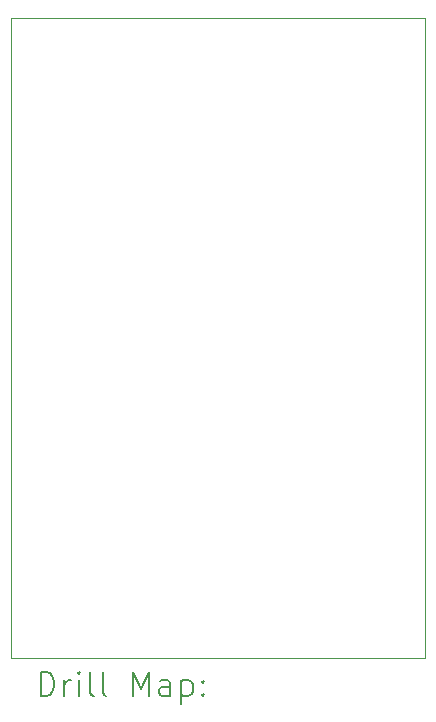
<source format=gbr>
%TF.GenerationSoftware,KiCad,Pcbnew,(6.0.7)*%
%TF.CreationDate,2023-01-08T15:04:32+11:00*%
%TF.ProjectId,Xbox_ATX,58626f78-5f41-4545-982e-6b696361645f,rev?*%
%TF.SameCoordinates,Original*%
%TF.FileFunction,Drillmap*%
%TF.FilePolarity,Positive*%
%FSLAX45Y45*%
G04 Gerber Fmt 4.5, Leading zero omitted, Abs format (unit mm)*
G04 Created by KiCad (PCBNEW (6.0.7)) date 2023-01-08 15:04:32*
%MOMM*%
%LPD*%
G01*
G04 APERTURE LIST*
%ADD10C,0.100000*%
%ADD11C,0.200000*%
G04 APERTURE END LIST*
D10*
X14528800Y-12687300D02*
X18034000Y-12687300D01*
X18034000Y-12687300D02*
X18034000Y-7264400D01*
X18034000Y-7264400D02*
X14528800Y-7264400D01*
X14528800Y-7264400D02*
X14528800Y-12687300D01*
D11*
X14781419Y-13002776D02*
X14781419Y-12802776D01*
X14829038Y-12802776D01*
X14857609Y-12812300D01*
X14876657Y-12831348D01*
X14886181Y-12850395D01*
X14895705Y-12888490D01*
X14895705Y-12917062D01*
X14886181Y-12955157D01*
X14876657Y-12974205D01*
X14857609Y-12993252D01*
X14829038Y-13002776D01*
X14781419Y-13002776D01*
X14981419Y-13002776D02*
X14981419Y-12869443D01*
X14981419Y-12907538D02*
X14990943Y-12888490D01*
X15000467Y-12878967D01*
X15019514Y-12869443D01*
X15038562Y-12869443D01*
X15105228Y-13002776D02*
X15105228Y-12869443D01*
X15105228Y-12802776D02*
X15095705Y-12812300D01*
X15105228Y-12821824D01*
X15114752Y-12812300D01*
X15105228Y-12802776D01*
X15105228Y-12821824D01*
X15229038Y-13002776D02*
X15209990Y-12993252D01*
X15200467Y-12974205D01*
X15200467Y-12802776D01*
X15333800Y-13002776D02*
X15314752Y-12993252D01*
X15305228Y-12974205D01*
X15305228Y-12802776D01*
X15562371Y-13002776D02*
X15562371Y-12802776D01*
X15629038Y-12945633D01*
X15695705Y-12802776D01*
X15695705Y-13002776D01*
X15876657Y-13002776D02*
X15876657Y-12898014D01*
X15867133Y-12878967D01*
X15848086Y-12869443D01*
X15809990Y-12869443D01*
X15790943Y-12878967D01*
X15876657Y-12993252D02*
X15857609Y-13002776D01*
X15809990Y-13002776D01*
X15790943Y-12993252D01*
X15781419Y-12974205D01*
X15781419Y-12955157D01*
X15790943Y-12936109D01*
X15809990Y-12926586D01*
X15857609Y-12926586D01*
X15876657Y-12917062D01*
X15971895Y-12869443D02*
X15971895Y-13069443D01*
X15971895Y-12878967D02*
X15990943Y-12869443D01*
X16029038Y-12869443D01*
X16048086Y-12878967D01*
X16057609Y-12888490D01*
X16067133Y-12907538D01*
X16067133Y-12964681D01*
X16057609Y-12983728D01*
X16048086Y-12993252D01*
X16029038Y-13002776D01*
X15990943Y-13002776D01*
X15971895Y-12993252D01*
X16152848Y-12983728D02*
X16162371Y-12993252D01*
X16152848Y-13002776D01*
X16143324Y-12993252D01*
X16152848Y-12983728D01*
X16152848Y-13002776D01*
X16152848Y-12878967D02*
X16162371Y-12888490D01*
X16152848Y-12898014D01*
X16143324Y-12888490D01*
X16152848Y-12878967D01*
X16152848Y-12898014D01*
M02*

</source>
